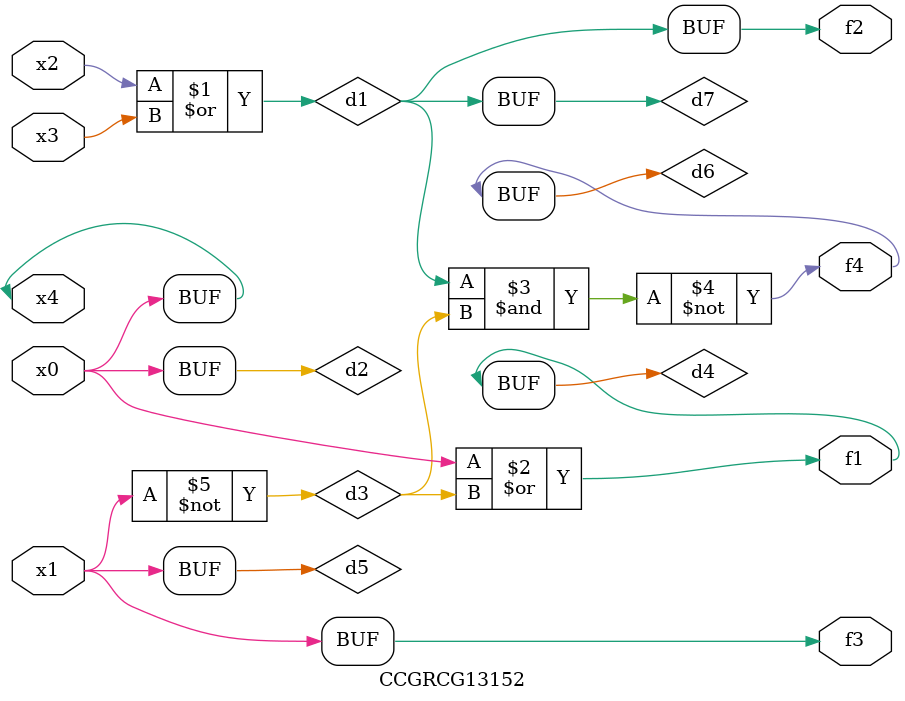
<source format=v>
module CCGRCG13152(
	input x0, x1, x2, x3, x4,
	output f1, f2, f3, f4
);

	wire d1, d2, d3, d4, d5, d6, d7;

	or (d1, x2, x3);
	buf (d2, x0, x4);
	not (d3, x1);
	or (d4, d2, d3);
	not (d5, d3);
	nand (d6, d1, d3);
	or (d7, d1);
	assign f1 = d4;
	assign f2 = d7;
	assign f3 = d5;
	assign f4 = d6;
endmodule

</source>
